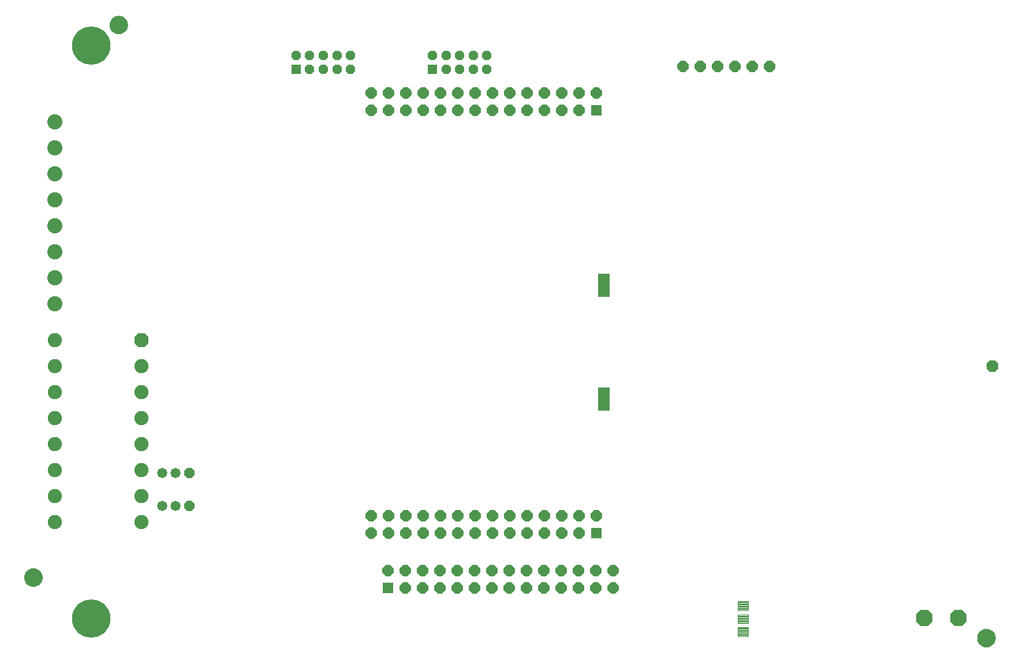
<source format=gbs>
G75*
%MOIN*%
%OFA0B0*%
%FSLAX25Y25*%
%IPPOS*%
%LPD*%
%AMOC8*
5,1,8,0,0,1.08239X$1,22.5*
%
%ADD10R,0.06500X0.13500*%
%ADD11C,0.13098*%
%ADD12OC8,0.06406*%
%ADD13R,0.06406X0.06406*%
%ADD14C,0.00500*%
%ADD15OC8,0.08177*%
%ADD16C,0.08177*%
%ADD17OC8,0.09555*%
%ADD18C,0.00449*%
%ADD19OC8,0.05815*%
%ADD20C,0.05815*%
%ADD21OC8,0.06996*%
%ADD22R,0.05224X0.05224*%
%ADD23OC8,0.05224*%
%ADD24C,0.08768*%
%ADD25C,0.22154*%
D10*
X0433938Y0188679D03*
X0433938Y0254379D03*
D11*
X0137995Y0392791D03*
X0137995Y0062083D03*
D12*
X0299412Y0111295D03*
X0309412Y0111295D03*
X0319412Y0111295D03*
X0329412Y0111295D03*
X0339412Y0111295D03*
X0349412Y0111295D03*
X0359412Y0111295D03*
X0369412Y0111295D03*
X0379412Y0111295D03*
X0389412Y0111295D03*
X0399412Y0111295D03*
X0409412Y0111295D03*
X0419412Y0111295D03*
X0419412Y0121295D03*
X0429412Y0121295D03*
X0409412Y0121295D03*
X0399412Y0121295D03*
X0389412Y0121295D03*
X0379412Y0121295D03*
X0369412Y0121295D03*
X0359412Y0121295D03*
X0349412Y0121295D03*
X0339412Y0121295D03*
X0329412Y0121295D03*
X0319412Y0121295D03*
X0309412Y0121295D03*
X0299412Y0121295D03*
X0309333Y0089642D03*
X0319333Y0089642D03*
X0319333Y0079642D03*
X0329333Y0079642D03*
X0339333Y0079642D03*
X0339333Y0089642D03*
X0329333Y0089642D03*
X0349333Y0089642D03*
X0359333Y0089642D03*
X0369333Y0089642D03*
X0369333Y0079642D03*
X0359333Y0079642D03*
X0349333Y0079642D03*
X0379333Y0079642D03*
X0389333Y0079642D03*
X0389333Y0089642D03*
X0379333Y0089642D03*
X0399333Y0089642D03*
X0409333Y0089642D03*
X0409333Y0079642D03*
X0399333Y0079642D03*
X0419333Y0079642D03*
X0429333Y0079642D03*
X0439333Y0079642D03*
X0439333Y0089642D03*
X0429333Y0089642D03*
X0419333Y0089642D03*
X0419412Y0355390D03*
X0419412Y0365390D03*
X0429412Y0365390D03*
X0409412Y0365390D03*
X0399412Y0365390D03*
X0389412Y0365390D03*
X0379412Y0365390D03*
X0369412Y0365390D03*
X0359412Y0365390D03*
X0349412Y0365390D03*
X0339412Y0365390D03*
X0329412Y0365390D03*
X0319412Y0365390D03*
X0309412Y0365390D03*
X0299412Y0365390D03*
X0299412Y0355390D03*
X0309412Y0355390D03*
X0319412Y0355390D03*
X0329412Y0355390D03*
X0339412Y0355390D03*
X0349412Y0355390D03*
X0359412Y0355390D03*
X0369412Y0355390D03*
X0379412Y0355390D03*
X0389412Y0355390D03*
X0399412Y0355390D03*
X0409412Y0355390D03*
X0479688Y0380679D03*
X0489688Y0380679D03*
X0499688Y0380679D03*
X0509688Y0380679D03*
X0519688Y0380679D03*
X0529688Y0380679D03*
D13*
X0429412Y0355390D03*
X0429412Y0111295D03*
X0309333Y0079642D03*
D14*
X0102030Y0081375D02*
X0101316Y0081875D01*
X0100700Y0082491D01*
X0100200Y0083205D01*
X0099832Y0083995D01*
X0099606Y0084836D01*
X0099530Y0085705D01*
X0099606Y0086573D01*
X0099832Y0087415D01*
X0100200Y0088205D01*
X0100700Y0088919D01*
X0101316Y0089535D01*
X0102030Y0090035D01*
X0102820Y0090403D01*
X0103662Y0090629D01*
X0104530Y0090705D01*
X0105398Y0090629D01*
X0106240Y0090403D01*
X0107030Y0090035D01*
X0107744Y0089535D01*
X0108360Y0088919D01*
X0108860Y0088205D01*
X0109229Y0087415D01*
X0109454Y0086573D01*
X0109530Y0085705D01*
X0109454Y0084836D01*
X0109229Y0083995D01*
X0108860Y0083205D01*
X0108360Y0082491D01*
X0107744Y0081875D01*
X0107030Y0081375D01*
X0106240Y0081006D01*
X0105398Y0080781D01*
X0104530Y0080705D01*
X0103662Y0080781D01*
X0102820Y0081006D01*
X0102030Y0081375D01*
X0102175Y0081307D02*
X0106885Y0081307D01*
X0107646Y0081806D02*
X0101415Y0081806D01*
X0100887Y0082304D02*
X0108174Y0082304D01*
X0108579Y0082803D02*
X0100482Y0082803D01*
X0100155Y0083301D02*
X0108905Y0083301D01*
X0109138Y0083800D02*
X0099923Y0083800D01*
X0099750Y0084298D02*
X0109310Y0084298D01*
X0109444Y0084797D02*
X0099617Y0084797D01*
X0099566Y0085295D02*
X0109494Y0085295D01*
X0109522Y0085794D02*
X0099538Y0085794D01*
X0099582Y0086292D02*
X0109479Y0086292D01*
X0109396Y0086791D02*
X0099664Y0086791D01*
X0099798Y0087289D02*
X0109262Y0087289D01*
X0109055Y0087788D02*
X0100006Y0087788D01*
X0100257Y0088286D02*
X0108803Y0088286D01*
X0108454Y0088785D02*
X0100606Y0088785D01*
X0101065Y0089283D02*
X0107996Y0089283D01*
X0107392Y0089782D02*
X0101669Y0089782D01*
X0102556Y0090280D02*
X0106504Y0090280D01*
X0105502Y0080809D02*
X0103558Y0080809D01*
X0152875Y0399678D02*
X0152033Y0399904D01*
X0151243Y0400272D01*
X0150529Y0400772D01*
X0149913Y0401388D01*
X0149413Y0402102D01*
X0149044Y0402892D01*
X0148819Y0403734D01*
X0148743Y0404602D01*
X0148819Y0405471D01*
X0149044Y0406312D01*
X0149413Y0407102D01*
X0149913Y0407816D01*
X0150529Y0408433D01*
X0151243Y0408932D01*
X0152033Y0409301D01*
X0152875Y0409526D01*
X0153743Y0409602D01*
X0154611Y0409526D01*
X0155453Y0409301D01*
X0156243Y0408932D01*
X0156957Y0408433D01*
X0157573Y0407816D01*
X0158073Y0407102D01*
X0158441Y0406312D01*
X0158667Y0405471D01*
X0158743Y0404602D01*
X0158667Y0403734D01*
X0158441Y0402892D01*
X0158073Y0402102D01*
X0157573Y0401388D01*
X0156957Y0400772D01*
X0156243Y0400272D01*
X0155453Y0399904D01*
X0154611Y0399678D01*
X0153743Y0399602D01*
X0152875Y0399678D01*
X0152212Y0399856D02*
X0155273Y0399856D01*
X0156360Y0400354D02*
X0151126Y0400354D01*
X0150448Y0400853D02*
X0157037Y0400853D01*
X0157536Y0401351D02*
X0149950Y0401351D01*
X0149589Y0401850D02*
X0157896Y0401850D01*
X0158188Y0402348D02*
X0149298Y0402348D01*
X0149065Y0402847D02*
X0158420Y0402847D01*
X0158563Y0403345D02*
X0148923Y0403345D01*
X0148809Y0403844D02*
X0158676Y0403844D01*
X0158720Y0404342D02*
X0148766Y0404342D01*
X0148764Y0404841D02*
X0158722Y0404841D01*
X0158678Y0405339D02*
X0148807Y0405339D01*
X0148917Y0405838D02*
X0158568Y0405838D01*
X0158430Y0406336D02*
X0149055Y0406336D01*
X0149288Y0406835D02*
X0158198Y0406835D01*
X0157911Y0407333D02*
X0149574Y0407333D01*
X0149928Y0407832D02*
X0157557Y0407832D01*
X0157059Y0408330D02*
X0150427Y0408330D01*
X0151095Y0408829D02*
X0156391Y0408829D01*
X0155353Y0409328D02*
X0152132Y0409328D01*
X0650895Y0053954D02*
X0651511Y0054570D01*
X0652225Y0055070D01*
X0653015Y0055439D01*
X0653857Y0055664D01*
X0654725Y0055740D01*
X0655593Y0055664D01*
X0656435Y0055439D01*
X0657225Y0055070D01*
X0657939Y0054570D01*
X0658555Y0053954D01*
X0659055Y0053240D01*
X0659424Y0052450D01*
X0659649Y0051608D01*
X0659725Y0050740D01*
X0659649Y0049872D01*
X0659424Y0049030D01*
X0659055Y0048240D01*
X0658555Y0047526D01*
X0657939Y0046910D01*
X0657225Y0046410D01*
X0656435Y0046042D01*
X0655593Y0045816D01*
X0654725Y0045740D01*
X0653857Y0045816D01*
X0653015Y0046042D01*
X0652225Y0046410D01*
X0651511Y0046910D01*
X0650895Y0047526D01*
X0650395Y0048240D01*
X0650027Y0049030D01*
X0649801Y0049872D01*
X0649725Y0050740D01*
X0649801Y0051608D01*
X0650027Y0052450D01*
X0650395Y0053240D01*
X0650895Y0053954D01*
X0650849Y0053889D02*
X0658601Y0053889D01*
X0658950Y0053390D02*
X0650500Y0053390D01*
X0650233Y0052892D02*
X0659218Y0052892D01*
X0659439Y0052393D02*
X0650011Y0052393D01*
X0649878Y0051895D02*
X0659572Y0051895D01*
X0659668Y0051396D02*
X0649782Y0051396D01*
X0649739Y0050898D02*
X0659711Y0050898D01*
X0659695Y0050399D02*
X0649755Y0050399D01*
X0649798Y0049901D02*
X0659652Y0049901D01*
X0659523Y0049402D02*
X0649927Y0049402D01*
X0650085Y0048904D02*
X0659365Y0048904D01*
X0659132Y0048405D02*
X0650318Y0048405D01*
X0650628Y0047907D02*
X0658822Y0047907D01*
X0658437Y0047408D02*
X0651013Y0047408D01*
X0651511Y0046910D02*
X0657939Y0046910D01*
X0657227Y0046411D02*
X0652223Y0046411D01*
X0653496Y0045913D02*
X0655954Y0045913D01*
X0658122Y0054387D02*
X0651328Y0054387D01*
X0651962Y0054886D02*
X0657488Y0054886D01*
X0656551Y0055384D02*
X0652899Y0055384D01*
D15*
X0166932Y0222850D03*
D16*
X0166932Y0207850D03*
X0166932Y0192850D03*
X0166932Y0177850D03*
X0166932Y0162850D03*
X0166932Y0147850D03*
X0166932Y0132850D03*
X0166932Y0117850D03*
X0116932Y0117850D03*
X0116932Y0132850D03*
X0116932Y0147850D03*
X0116932Y0162850D03*
X0116932Y0177850D03*
X0116932Y0192850D03*
X0116932Y0207850D03*
X0116932Y0222850D03*
D17*
X0618845Y0062429D03*
X0638530Y0062429D03*
D18*
X0511209Y0064514D02*
X0511209Y0059344D01*
X0511209Y0064514D02*
X0517167Y0064514D01*
X0517167Y0059344D01*
X0511209Y0059344D01*
X0511209Y0059792D02*
X0517167Y0059792D01*
X0517167Y0060240D02*
X0511209Y0060240D01*
X0511209Y0060688D02*
X0517167Y0060688D01*
X0517167Y0061136D02*
X0511209Y0061136D01*
X0511209Y0061584D02*
X0517167Y0061584D01*
X0517167Y0062032D02*
X0511209Y0062032D01*
X0511209Y0062480D02*
X0517167Y0062480D01*
X0517167Y0062928D02*
X0511209Y0062928D01*
X0511209Y0063376D02*
X0517167Y0063376D01*
X0517167Y0063824D02*
X0511209Y0063824D01*
X0511209Y0064272D02*
X0517167Y0064272D01*
X0511209Y0066824D02*
X0511209Y0071994D01*
X0517167Y0071994D01*
X0517167Y0066824D01*
X0511209Y0066824D01*
X0511209Y0067272D02*
X0517167Y0067272D01*
X0517167Y0067720D02*
X0511209Y0067720D01*
X0511209Y0068168D02*
X0517167Y0068168D01*
X0517167Y0068616D02*
X0511209Y0068616D01*
X0511209Y0069064D02*
X0517167Y0069064D01*
X0517167Y0069512D02*
X0511209Y0069512D01*
X0511209Y0069960D02*
X0517167Y0069960D01*
X0517167Y0070408D02*
X0511209Y0070408D01*
X0511209Y0070856D02*
X0517167Y0070856D01*
X0517167Y0071304D02*
X0511209Y0071304D01*
X0511209Y0071752D02*
X0517167Y0071752D01*
X0511209Y0057034D02*
X0511209Y0051864D01*
X0511209Y0057034D02*
X0517167Y0057034D01*
X0517167Y0051864D01*
X0511209Y0051864D01*
X0511209Y0052312D02*
X0517167Y0052312D01*
X0517167Y0052760D02*
X0511209Y0052760D01*
X0511209Y0053208D02*
X0517167Y0053208D01*
X0517167Y0053656D02*
X0511209Y0053656D01*
X0511209Y0054104D02*
X0517167Y0054104D01*
X0517167Y0054552D02*
X0511209Y0054552D01*
X0511209Y0055000D02*
X0517167Y0055000D01*
X0517167Y0055448D02*
X0511209Y0055448D01*
X0511209Y0055896D02*
X0517167Y0055896D01*
X0517167Y0056344D02*
X0511209Y0056344D01*
X0511209Y0056792D02*
X0517167Y0056792D01*
D19*
X0194562Y0126929D03*
X0194562Y0145929D03*
D20*
X0186688Y0145929D03*
X0178814Y0145929D03*
X0178814Y0126929D03*
X0186688Y0126929D03*
D21*
X0658188Y0207679D03*
D22*
X0334845Y0379012D03*
X0256105Y0379012D03*
D23*
X0263979Y0379012D03*
X0271853Y0379012D03*
X0271853Y0386886D03*
X0263979Y0386886D03*
X0256105Y0386886D03*
X0279727Y0386886D03*
X0287601Y0386886D03*
X0287601Y0379012D03*
X0279727Y0379012D03*
X0334845Y0386886D03*
X0342719Y0386886D03*
X0350593Y0386886D03*
X0358467Y0386886D03*
X0366341Y0386886D03*
X0366341Y0379012D03*
X0358467Y0379012D03*
X0350593Y0379012D03*
X0342719Y0379012D03*
D24*
X0116735Y0348835D03*
X0116735Y0333835D03*
X0116735Y0318835D03*
X0116735Y0303835D03*
X0116735Y0288835D03*
X0116735Y0273835D03*
X0116735Y0258835D03*
X0116735Y0243835D03*
D25*
X0137995Y0392791D03*
X0137995Y0062083D03*
M02*

</source>
